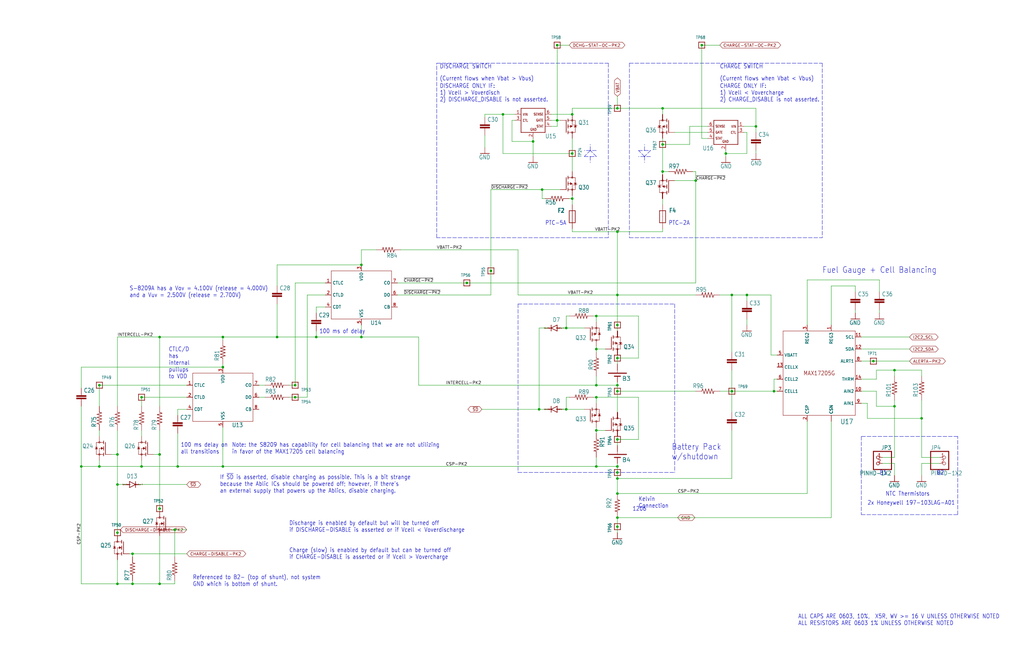
<source format=kicad_sch>
(kicad_sch (version 20211123) (generator eeschema)
  (paper "USLedger")
  (title_block (title "OreSat Battery Card") (rev "1.0"))
  (junction (at 260.35 218.44))
  (junction (at 388.62 176.53))
  (junction (at 260.35 97.79))
  (junction (at 251.46 133.35))
  (junction (at 251.46 196.85))
  (junction (at 116.84 142.24))
  (junction (at 133.35 142.24))
  (junction (at 260.35 151.13))
  (junction (at 251.46 147.32))
  (junction (at 196.85 119.38))
  (junction (at 55.88 233.68))
  (junction (at 314.96 124.46))
  (junction (at 260.35 208.28))
  (junction (at 212.09 48.26))
  (junction (at 124.46 162.56))
  (junction (at 34.29 196.85))
  (junction (at 241.3 48.26))
  (junction (at 74.93 196.85))
  (junction (at 152.4 142.24))
  (junction (at 49.53 246.38))
  (junction (at 152.4 111.76))
  (junction (at 260.35 165.1))
  (junction (at 124.46 167.64))
  (junction (at 260.35 222.25))
  (junction (at 93.98 196.85))
  (junction (at 234.95 19.05))
  (junction (at 260.35 199.39))
  (junction (at 260.35 137.16))
  (junction (at 55.88 246.38))
  (junction (at 260.35 201.93))
  (junction (at 308.61 165.1))
  (junction (at 326.39 165.1))
  (junction (at 49.53 191.77))
  (junction (at 368.3 152.4))
  (junction (at 59.69 167.64))
  (junction (at 260.35 162.56))
  (junction (at 377.19 156.21))
  (junction (at 67.31 246.38))
  (junction (at 308.61 124.46))
  (junction (at 49.53 224.79))
  (junction (at 260.35 196.85))
  (junction (at 318.77 53.34))
  (junction (at 377.19 171.45))
  (junction (at 295.91 19.05))
  (junction (at 241.3 83.82))
  (junction (at 241.3 64.77))
  (junction (at 238.76 172.72))
  (junction (at 207.01 114.3))
  (junction (at 306.07 64.77))
  (junction (at 234.95 50.8))
  (junction (at 59.69 196.85))
  (junction (at 260.35 45.72))
  (junction (at 93.98 154.94))
  (junction (at 224.79 59.69))
  (junction (at 228.6 80.01))
  (junction (at 279.4 45.72))
  (junction (at 67.31 142.24))
  (junction (at 238.76 138.43))
  (junction (at 293.37 76.2))
  (junction (at 251.46 167.64))
  (junction (at 41.91 196.85))
  (junction (at 279.4 60.96))
  (junction (at 73.66 223.52))
  (junction (at 93.98 142.24))
  (junction (at 49.53 204.47))
  (junction (at 227.33 172.72))
  (junction (at 260.35 185.42))
  (junction (at 67.31 214.63))
  (junction (at 260.35 124.46))
  (junction (at 67.31 191.77))
  (junction (at 41.91 162.56))
  (junction (at 251.46 181.61))
  (junction (at 251.46 162.56))
  (junction (at 279.4 72.39))
  (wire (pts (xy 224.79 59.69) (xy 224.79 58.42)))
  (wire (pts (xy 388.62 176.53) (xy 388.62 193.04)))
  (wire (pts (xy 314.96 134.62) (xy 314.96 137.16)))
  (wire (pts (xy 78.74 172.72) (xy 74.93 172.72)))
  (wire (pts (xy 124.46 167.64) (xy 129.54 167.64)))
  (wire (pts (xy 67.31 171.45) (xy 67.31 142.24)))
  (wire (pts (xy 365.76 176.53) (xy 388.62 176.53)))
  (wire (pts (xy 217.17 48.26) (xy 212.09 48.26)))
  (wire (pts (xy 260.35 195.58) (xy 260.35 196.85)))
  (wire (pts (xy 360.68 123.19) (xy 360.68 120.65)))
  (wire (pts (xy 67.31 191.77) (xy 67.31 214.63)))
  (wire (pts (xy 388.62 176.53) (xy 388.62 168.91)))
  (wire (pts (xy 260.35 173.99) (xy 260.35 165.1)))
  (wire (pts (xy 241.3 83.82) (xy 241.3 86.36)))
  (polyline (pts (xy 265.43 26.67) (xy 346.71 26.67)))
  (wire (pts (xy 41.91 184.15) (xy 41.91 181.61)))
  (wire (pts (xy 251.46 167.64) (xy 251.46 170.18)))
  (wire (pts (xy 308.61 181.61) (xy 308.61 201.93)))
  (wire (pts (xy 67.31 191.77) (xy 67.31 181.61)))
  (wire (pts (xy 49.53 246.38) (xy 49.53 236.22)))
  (wire (pts (xy 377.19 171.45) (xy 377.19 193.04)))
  (wire (pts (xy 55.88 233.68) (xy 55.88 234.95)))
  (wire (pts (xy 74.93 172.72) (xy 74.93 175.26)))
  (wire (pts (xy 396.24 195.58) (xy 388.62 195.58)))
  (wire (pts (xy 363.22 152.4) (xy 368.3 152.4)))
  (wire (pts (xy 109.22 162.56) (xy 111.76 162.56)))
  (wire (pts (xy 340.36 137.16) (xy 340.36 118.11)))
  (wire (pts (xy 363.22 142.24) (xy 383.54 142.24)))
  (wire (pts (xy 93.98 154.94) (xy 93.98 153.67)))
  (wire (pts (xy 251.46 162.56) (xy 176.53 162.56)))
  (wire (pts (xy 370.84 118.11) (xy 370.84 123.19)))
  (wire (pts (xy 292.1 72.39) (xy 293.37 72.39)))
  (wire (pts (xy 240.03 167.64) (xy 238.76 167.64)))
  (polyline (pts (xy 271.78 66.04) (xy 269.24 63.5)))
  (wire (pts (xy 255.27 181.61) (xy 251.46 181.61)))
  (wire (pts (xy 363.22 170.18) (xy 365.76 170.18)))
  (wire (pts (xy 260.35 45.72) (xy 279.4 45.72)))
  (polyline (pts (xy 248.92 63.5) (xy 246.38 63.5)))
  (wire (pts (xy 212.09 64.77) (xy 212.09 48.26)))
  (wire (pts (xy 167.64 124.46) (xy 207.01 124.46)))
  (wire (pts (xy 59.69 171.45) (xy 59.69 167.64)))
  (wire (pts (xy 363.22 147.32) (xy 383.54 147.32)))
  (wire (pts (xy 251.46 167.64) (xy 269.24 167.64)))
  (wire (pts (xy 295.91 58.42) (xy 298.45 58.42)))
  (wire (pts (xy 49.53 204.47) (xy 49.53 224.79)))
  (wire (pts (xy 260.35 151.13) (xy 260.35 149.86)))
  (wire (pts (xy 227.33 138.43) (xy 227.33 172.72)))
  (wire (pts (xy 228.6 80.01) (xy 207.01 80.01)))
  (wire (pts (xy 250.19 167.64) (xy 251.46 167.64)))
  (wire (pts (xy 308.61 148.59) (xy 308.61 124.46)))
  (wire (pts (xy 218.44 124.46) (xy 218.44 105.41)))
  (wire (pts (xy 350.52 120.65) (xy 350.52 137.16)))
  (wire (pts (xy 369.57 156.21) (xy 377.19 156.21)))
  (wire (pts (xy 241.3 58.42) (xy 241.3 64.77)))
  (wire (pts (xy 231.14 138.43) (xy 227.33 138.43)))
  (polyline (pts (xy 269.24 63.5) (xy 271.78 63.5)))
  (wire (pts (xy 260.35 161.29) (xy 260.35 162.56)))
  (wire (pts (xy 133.35 142.24) (xy 116.84 142.24)))
  (wire (pts (xy 232.41 50.8) (xy 234.95 50.8)))
  (polyline (pts (xy 271.78 66.04) (xy 271.78 68.58)))
  (wire (pts (xy 59.69 196.85) (xy 74.93 196.85)))
  (wire (pts (xy 116.84 142.24) (xy 116.84 128.27)))
  (wire (pts (xy 306.07 64.77) (xy 306.07 63.5)))
  (polyline (pts (xy 363.22 184.15) (xy 363.22 217.17)))
  (polyline (pts (xy 218.44 199.39) (xy 284.48 199.39)))
  (wire (pts (xy 73.66 223.52) (xy 78.74 223.52)))
  (wire (pts (xy 260.35 185.42) (xy 260.35 184.15)))
  (wire (pts (xy 377.19 195.58) (xy 372.11 195.58)))
  (polyline (pts (xy 271.78 66.04) (xy 269.24 66.04)))
  (wire (pts (xy 241.3 48.26) (xy 241.3 45.72)))
  (polyline (pts (xy 403.86 184.15) (xy 363.22 184.15)))
  (wire (pts (xy 241.3 96.52) (xy 241.3 97.79)))
  (polyline (pts (xy 363.22 217.17) (xy 403.86 217.17)))
  (wire (pts (xy 284.48 55.88) (xy 298.45 55.88)))
  (wire (pts (xy 168.91 105.41) (xy 218.44 105.41)))
  (polyline (pts (xy 256.54 26.67) (xy 256.54 100.33)))
  (wire (pts (xy 152.4 142.24) (xy 133.35 142.24)))
  (wire (pts (xy 260.35 208.28) (xy 340.36 208.28)))
  (wire (pts (xy 133.35 129.54) (xy 137.16 129.54)))
  (wire (pts (xy 227.33 172.72) (xy 231.14 172.72)))
  (wire (pts (xy 93.98 142.24) (xy 67.31 142.24)))
  (wire (pts (xy 279.4 72.39) (xy 279.4 60.96)))
  (wire (pts (xy 152.4 105.41) (xy 158.75 105.41)))
  (wire (pts (xy 369.57 160.02) (xy 369.57 156.21)))
  (wire (pts (xy 260.35 139.7) (xy 260.35 137.16)))
  (wire (pts (xy 308.61 173.99) (xy 308.61 165.1)))
  (wire (pts (xy 55.88 233.68) (xy 78.74 233.68)))
  (wire (pts (xy 360.68 120.65) (xy 350.52 120.65)))
  (wire (pts (xy 314.96 64.77) (xy 314.96 55.88)))
  (wire (pts (xy 279.4 45.72) (xy 318.77 45.72)))
  (wire (pts (xy 368.3 152.4) (xy 383.54 152.4)))
  (wire (pts (xy 152.4 105.41) (xy 152.4 111.76)))
  (wire (pts (xy 260.35 151.13) (xy 269.24 151.13)))
  (wire (pts (xy 238.76 138.43) (xy 246.38 138.43)))
  (wire (pts (xy 234.95 53.34) (xy 234.95 50.8)))
  (wire (pts (xy 129.54 167.64) (xy 129.54 124.46)))
  (wire (pts (xy 388.62 195.58) (xy 388.62 200.66)))
  (wire (pts (xy 49.53 191.77) (xy 49.53 181.61)))
  (wire (pts (xy 59.69 181.61) (xy 59.69 184.15)))
  (wire (pts (xy 204.47 57.15) (xy 204.47 62.23)))
  (wire (pts (xy 67.31 191.77) (xy 64.77 191.77)))
  (wire (pts (xy 350.52 177.8) (xy 350.52 218.44)))
  (wire (pts (xy 260.35 97.79) (xy 279.4 97.79)))
  (wire (pts (xy 284.48 76.2) (xy 293.37 76.2)))
  (wire (pts (xy 53.34 204.47) (xy 49.53 204.47)))
  (wire (pts (xy 306.07 64.77) (xy 314.96 64.77)))
  (wire (pts (xy 49.53 171.45) (xy 49.53 142.24)))
  (wire (pts (xy 133.35 142.24) (xy 133.35 139.7)))
  (wire (pts (xy 34.29 196.85) (xy 34.29 171.45)))
  (wire (pts (xy 46.99 191.77) (xy 49.53 191.77)))
  (wire (pts (xy 377.19 171.45) (xy 377.19 168.91)))
  (wire (pts (xy 260.35 224.79) (xy 260.35 222.25)))
  (polyline (pts (xy 248.92 66.04) (xy 248.92 68.58)))
  (wire (pts (xy 295.91 19.05) (xy 295.91 58.42)))
  (wire (pts (xy 298.45 53.34) (xy 290.83 53.34)))
  (wire (pts (xy 370.84 132.08) (xy 370.84 130.81)))
  (wire (pts (xy 152.4 142.24) (xy 152.4 137.16)))
  (wire (pts (xy 241.3 45.72) (xy 260.35 45.72)))
  (wire (pts (xy 73.66 223.52) (xy 73.66 234.95)))
  (wire (pts (xy 34.29 163.83) (xy 34.29 154.94)))
  (wire (pts (xy 54.61 233.68) (xy 55.88 233.68)))
  (wire (pts (xy 377.19 195.58) (xy 377.19 200.66)))
  (wire (pts (xy 238.76 167.64) (xy 238.76 172.72)))
  (polyline (pts (xy 251.46 63.5) (xy 248.92 63.5)))
  (wire (pts (xy 251.46 147.32) (xy 251.46 146.05)))
  (wire (pts (xy 318.77 63.5) (xy 318.77 64.77)))
  (wire (pts (xy 73.66 246.38) (xy 73.66 245.11)))
  (wire (pts (xy 260.35 218.44) (xy 350.52 218.44)))
  (wire (pts (xy 260.35 153.67) (xy 260.35 151.13)))
  (wire (pts (xy 388.62 156.21) (xy 388.62 158.75)))
  (wire (pts (xy 116.84 111.76) (xy 116.84 120.65)))
  (wire (pts (xy 327.66 165.1) (xy 326.39 165.1)))
  (wire (pts (xy 218.44 124.46) (xy 260.35 124.46)))
  (wire (pts (xy 236.22 138.43) (xy 238.76 138.43)))
  (wire (pts (xy 340.36 177.8) (xy 340.36 208.28)))
  (wire (pts (xy 74.93 196.85) (xy 93.98 196.85)))
  (wire (pts (xy 72.39 223.52) (xy 73.66 223.52)))
  (wire (pts (xy 49.53 191.77) (xy 49.53 204.47)))
  (wire (pts (xy 234.95 50.8) (xy 234.95 19.05)))
  (polyline (pts (xy 246.38 66.04) (xy 248.92 66.04)))
  (wire (pts (xy 224.79 66.04) (xy 224.79 59.69)))
  (wire (pts (xy 260.35 222.25) (xy 260.35 218.44)))
  (wire (pts (xy 49.53 224.79) (xy 49.53 226.06)))
  (wire (pts (xy 260.35 162.56) (xy 251.46 162.56)))
  (wire (pts (xy 295.91 19.05) (xy 303.53 19.05)))
  (wire (pts (xy 269.24 185.42) (xy 260.35 185.42)))
  (wire (pts (xy 212.09 48.26) (xy 204.47 48.26)))
  (wire (pts (xy 308.61 165.1) (xy 326.39 165.1)))
  (wire (pts (xy 255.27 147.32) (xy 251.46 147.32)))
  (wire (pts (xy 260.35 187.96) (xy 260.35 185.42)))
  (wire (pts (xy 279.4 45.72) (xy 279.4 48.26)))
  (wire (pts (xy 67.31 246.38) (xy 67.31 226.06)))
  (polyline (pts (xy 218.44 128.27) (xy 284.48 128.27)))
  (wire (pts (xy 260.35 165.1) (xy 293.37 165.1)))
  (wire (pts (xy 360.68 132.08) (xy 360.68 130.81)))
  (wire (pts (xy 269.24 151.13) (xy 269.24 133.35)))
  (wire (pts (xy 303.53 124.46) (xy 308.61 124.46)))
  (wire (pts (xy 306.07 66.04) (xy 306.07 64.77)))
  (wire (pts (xy 93.98 196.85) (xy 93.98 180.34)))
  (wire (pts (xy 377.19 193.04) (xy 372.11 193.04)))
  (wire (pts (xy 133.35 132.08) (xy 133.35 129.54)))
  (wire (pts (xy 215.9 50.8) (xy 215.9 59.69)))
  (wire (pts (xy 251.46 180.34) (xy 251.46 181.61)))
  (wire (pts (xy 93.98 143.51) (xy 93.98 142.24)))
  (wire (pts (xy 34.29 196.85) (xy 41.91 196.85)))
  (wire (pts (xy 303.53 165.1) (xy 308.61 165.1)))
  (wire (pts (xy 41.91 171.45) (xy 41.91 162.56)))
  (wire (pts (xy 78.74 167.64) (xy 59.69 167.64)))
  (wire (pts (xy 279.4 96.52) (xy 279.4 97.79)))
  (wire (pts (xy 236.22 172.72) (xy 238.76 172.72)))
  (wire (pts (xy 67.31 214.63) (xy 67.31 215.9)))
  (wire (pts (xy 251.46 133.35) (xy 269.24 133.35)))
  (wire (pts (xy 260.35 201.93) (xy 308.61 201.93)))
  (wire (pts (xy 326.39 160.02) (xy 327.66 160.02)))
  (wire (pts (xy 279.4 60.96) (xy 279.4 58.42)))
  (wire (pts (xy 232.41 53.34) (xy 234.95 53.34)))
  (wire (pts (xy 240.03 83.82) (xy 241.3 83.82)))
  (polyline (pts (xy 284.48 128.27) (xy 284.48 199.39)))
  (wire (pts (xy 314.96 127) (xy 314.96 124.46)))
  (wire (pts (xy 293.37 76.2) (xy 293.37 119.38)))
  (wire (pts (xy 55.88 245.11) (xy 55.88 246.38)))
  (wire (pts (xy 215.9 59.69) (xy 224.79 59.69)))
  (wire (pts (xy 365.76 170.18) (xy 365.76 176.53)))
  (polyline (pts (xy 274.32 66.04) (xy 271.78 66.04)))
  (wire (pts (xy 207.01 124.46) (xy 207.01 114.3)))
  (wire (pts (xy 204.47 49.53) (xy 204.47 48.26)))
  (wire (pts (xy 49.53 246.38) (xy 55.88 246.38)))
  (wire (pts (xy 238.76 133.35) (xy 238.76 138.43)))
  (wire (pts (xy 196.85 119.38) (xy 167.64 119.38)))
  (wire (pts (xy 67.31 142.24) (xy 49.53 142.24)))
  (wire (pts (xy 325.12 149.86) (xy 325.12 124.46)))
  (wire (pts (xy 241.3 97.79) (xy 260.35 97.79)))
  (wire (pts (xy 314.96 124.46) (xy 325.12 124.46)))
  (polyline (pts (xy 184.15 100.33) (xy 184.15 26.67)))
  (polyline (pts (xy 403.86 217.17) (xy 403.86 184.15)))
  (wire (pts (xy 74.93 182.88) (xy 74.93 196.85)))
  (wire (pts (xy 176.53 162.56) (xy 176.53 142.24)))
  (wire (pts (xy 251.46 193.04) (xy 251.46 196.85)))
  (wire (pts (xy 232.41 48.26) (xy 241.3 48.26)))
  (wire (pts (xy 326.39 165.1) (xy 326.39 160.02)))
  (wire (pts (xy 93.98 142.24) (xy 116.84 142.24)))
  (wire (pts (xy 251.46 148.59) (xy 251.46 147.32)))
  (wire (pts (xy 260.35 97.79) (xy 260.35 124.46)))
  (polyline (pts (xy 346.71 26.67) (xy 346.71 100.33)))
  (wire (pts (xy 269.24 167.64) (xy 269.24 185.42)))
  (polyline (pts (xy 256.54 100.33) (xy 184.15 100.33)))
  (wire (pts (xy 234.95 19.05) (xy 240.03 19.05)))
  (wire (pts (xy 34.29 246.38) (xy 49.53 246.38)))
  (wire (pts (xy 207.01 80.01) (xy 207.01 114.3)))
  (wire (pts (xy 260.35 201.93) (xy 260.35 208.28)))
  (polyline (pts (xy 271.78 63.5) (xy 271.78 60.96)))
  (polyline (pts (xy 265.43 100.33) (xy 346.71 100.33)))
  (wire (pts (xy 260.35 124.46) (xy 293.37 124.46)))
  (wire (pts (xy 251.46 181.61) (xy 251.46 182.88)))
  (wire (pts (xy 67.31 246.38) (xy 73.66 246.38)))
  (wire (pts (xy 318.77 53.34) (xy 318.77 55.88)))
  (wire (pts (xy 260.35 45.72) (xy 260.35 40.64)))
  (wire (pts (xy 308.61 124.46) (xy 314.96 124.46)))
  (wire (pts (xy 129.54 124.46) (xy 137.16 124.46)))
  (wire (pts (xy 260.35 201.93) (xy 260.35 199.39)))
  (wire (pts (xy 279.4 73.66) (xy 279.4 72.39)))
  (wire (pts (xy 260.35 196.85) (xy 251.46 196.85)))
  (wire (pts (xy 217.17 50.8) (xy 215.9 50.8)))
  (wire (pts (xy 34.29 154.94) (xy 93.98 154.94)))
  (wire (pts (xy 251.46 196.85) (xy 93.98 196.85)))
  (wire (pts (xy 260.35 199.39) (xy 260.35 196.85)))
  (wire (pts (xy 377.19 156.21) (xy 388.62 156.21)))
  (polyline (pts (xy 218.44 128.27) (xy 218.44 199.39)))
  (wire (pts (xy 228.6 83.82) (xy 228.6 80.01)))
  (wire (pts (xy 124.46 162.56) (xy 124.46 119.38)))
  (wire (pts (xy 41.91 194.31) (xy 41.91 196.85)))
  (wire (pts (xy 251.46 133.35) (xy 251.46 135.89)))
  (polyline (pts (xy 248.92 66.04) (xy 251.46 66.04)))
  (wire (pts (xy 240.03 133.35) (xy 238.76 133.35)))
  (wire (pts (xy 363.22 160.02) (xy 369.57 160.02)))
  (wire (pts (xy 241.3 83.82) (xy 241.3 82.55)))
  (wire (pts (xy 260.35 137.16) (xy 260.35 124.46)))
  (wire (pts (xy 251.46 162.56) (xy 251.46 158.75)))
  (wire (pts (xy 236.22 50.8) (xy 234.95 50.8)))
  (wire (pts (xy 41.91 196.85) (xy 59.69 196.85)))
  (wire (pts (xy 121.92 162.56) (xy 124.46 162.56)))
  (wire (pts (xy 279.4 72.39) (xy 281.94 72.39)))
  (polyline (pts (xy 274.32 63.5) (xy 271.78 66.04)))
  (wire (pts (xy 279.4 86.36) (xy 279.4 83.82)))
  (wire (pts (xy 109.22 167.64) (xy 111.76 167.64)))
  (wire (pts (xy 369.57 171.45) (xy 377.19 171.45)))
  (wire (pts (xy 241.3 72.39) (xy 241.3 64.77)))
  (wire (pts (xy 59.69 194.31) (xy 59.69 196.85)))
  (polyline (pts (xy 251.46 66.04) (xy 248.92 63.5)))
  (polyline (pts (xy 184.15 26.67) (xy 256.54 26.67)))
  (wire (pts (xy 260.35 165.1) (xy 260.35 162.56)))
  (wire (pts (xy 290.83 60.96) (xy 279.4 60.96)))
  (polyline (pts (xy 248.92 63.5) (xy 248.92 60.96)))
  (wire (pts (xy 308.61 165.1) (xy 308.61 156.21)))
  (wire (pts (xy 327.66 149.86) (xy 325.12 149.86)))
  (wire (pts (xy 58.42 204.47) (xy 78.74 204.47)))
  (wire (pts (xy 314.96 55.88) (xy 313.69 55.88)))
  (wire (pts (xy 377.19 158.75) (xy 377.19 156.21)))
  (wire (pts (xy 388.62 193.04) (xy 396.24 193.04)))
  (wire (pts (xy 250.19 133.35) (xy 251.46 133.35)))
  (wire (pts (xy 55.88 246.38) (xy 67.31 246.38)))
  (wire (pts (xy 369.57 165.1) (xy 369.57 171.45)))
  (wire (pts (xy 176.53 142.24) (xy 152.4 142.24)))
  (wire (pts (xy 363.22 165.1) (xy 369.57 165.1)))
  (wire (pts (xy 290.83 53.34) (xy 290.83 60.96)))
  (wire (pts (xy 340.36 118.11) (xy 370.84 118.11)))
  (wire (pts (xy 212.09 64.77) (xy 241.3 64.77)))
  (wire (pts (xy 78.74 162.56) (xy 41.91 162.56)))
  (wire (pts (xy 293.37 76.2) (xy 293.37 72.39)))
  (wire (pts (xy 238.76 172.72) (xy 246.38 172.72)))
  (wire (pts (xy 152.4 111.76) (xy 116.84 111.76)))
  (wire (pts (xy 318.77 45.72) (xy 318.77 53.34)))
  (wire (pts (xy 236.22 80.01) (xy 228.6 80.01)))
  (wire (pts (xy 121.92 167.64) (xy 124.46 167.64)))
  (wire (pts (xy 124.46 119.38) (xy 137.16 119.38)))
  (wire (pts (xy 313.69 53.34) (xy 318.77 53.34)))
  (wire (pts (xy 203.2 172.72) (xy 227.33 172.72)))
  (wire (pts (xy 34.29 196.85) (xy 34.29 246.38)))
  (polyline (pts (xy 248.92 63.5) (xy 246.38 66.04)))
  (polyline (pts (xy 271.78 63.5) (xy 274.32 63.5)))
  (wire (pts (xy 229.87 83.82) (xy 228.6 83.82)))
  (wire (pts (xy 293.37 119.38) (xy 196.85 119.38)))
  (polyline (pts (xy 265.43 26.67) (xy 265.43 100.33)))
  (text "PTC-5A" (at 229.87 95.25 180) (effects (font (size 1.778 1.5113)) (justify left bottom)))
  (text "B2" (at 394.97 200.66 180) (effects (font (size 1.778 1.5113)) (justify left bottom)))
  (text "If ~{SD} is asserted, disable charging as possible. This is a bit strange\nbecause the Ablic ICs should be powered off; however, if there's\nan external supply that powers up the Ablics, disable charging." (at 92.71 208.28 0) (effects (font (size 1.778 1.5113)) (justify left bottom)))
  (text "ALL CAPS ARE 0603, 10%,  X5R, WV >= 16 V UNLESS OTHERWISE NOTED\nALL RESISTORS ARE 0603 1% UNLESS OTHERWISE NOTED" (at 336.55 264.16 0) (effects (font (size 1.778 1.5113)) (justify left bottom)))
  (text "CHARGE SWITCH" (at 303.53 29.21 180) (effects (font (size 1.778 1.5113)) (justify left bottom)))
  (text "DISCHARGE SWITCH" (at 185.42 29.21 180) (effects (font (size 1.778 1.5113)) (justify left bottom)))
  (text "NTC Thermistors" (at 373.38 209.55 180) (effects (font (size 1.778 1.5113)) (justify left bottom)))
  (text "CHARGE ONLY IF:\n1) Vcell < Vovercharge\n2) CHARGE_DISABLE is not asserted." (at 303.53 43.18 0) (effects (font (size 1.778 1.5113)) (justify left bottom)))
  (text "Note: the S8209 has capability for cell balancing that we are not utilizing\nin favor of the MAX17205 cell balancing" (at 97.79 191.77 0) (effects (font (size 1.778 1.5113)) (justify left bottom)))
  (text "B1" (at 370.84 200.66 180) (effects (font (size 1.778 1.5113)) (justify left bottom)))
  (text "PTC-2A" (at 281.94 95.25 180) (effects (font (size 1.778 1.5113)) (justify left bottom)))
  (text "100 ms delay on\nall transitions" (at 76.2 191.77 180) (effects (font (size 1.778 1.5113)) (justify left bottom)))
  (text "Kelvin\nConnection" (at 269.24 214.63 180) (effects (font (size 1.778 1.5113)) (justify left bottom)))
  (text "Fuel Gauge + Cell Balancing" (at 346.71 115.57 180) (effects (font (size 2.54 2.159)) (justify left bottom)))
  (text "S-8209A has a Vov = 4.100V (release = 4.000V)\nand a Vuv = 2.500V (release = 2.700V)" (at 54.61 125.73 0) (effects (font (size 1.778 1.5113)) (justify left bottom)))
  (text "Discharge is enabled by default but will be turned off\nif DISCHARGE-DISABLE is asserted or if Vcell < Voverdischarge" (at 121.92 224.79 0) (effects (font (size 1.778 1.5113)) (justify left bottom)))
  (text "Referenced to B2- (top of shunt), not system\nGND which is bottom of shunt." (at 81.28 247.65 0) (effects (font (size 1.778 1.5113)) (justify left bottom)))
  (text "100 ms of delay" (at 134.62 140.97 180) (effects (font (size 1.778 1.5113)) (justify left bottom)))
  (text "Charge (slow) is enabled by default but can be turned off\nif CHARGE-DISABLE is asserted or if Vcell > Vovercharge" (at 121.92 236.22 0) (effects (font (size 1.778 1.5113)) (justify left bottom)))
  (text "(Current flows when Vbat < Vbus)" (at 303.53 34.29 180) (effects (font (size 1.778 1.5113)) (justify left bottom)))
  (text "1206" (at 266.7 215.9 180) (effects (font (size 1.778 1.5113)) (justify left bottom)))
  (text "DISCHARGE ONLY IF:\n1) Vcell > Voverdisch\n2) DISCHARGE_DISABLE is not asserted." (at 185.42 43.18 0) (effects (font (size 1.778 1.5113)) (justify left bottom)))
  (text "CTLC/D\nhas\ninternal\npullups\nto VDD" (at 71.12 160.02 180) (effects (font (size 1.778 1.5113)) (justify left bottom)))
  (text "2x Honeywell 197-103LAG-A01" (at 365.76 213.36 180) (effects (font (size 1.778 1.5113)) (justify left bottom)))
  (text "(Current flows when Vbat > Vbus)" (at 185.42 34.29 180) (effects (font (size 1.778 1.5113)) (justify left bottom)))
  (text "Battery Pack\nw/shutdown" (at 283.21 194.31 180) (effects (font (size 2.54 2.159)) (justify left bottom)))
  (label "INTERCELL-PK2" (at 49.53 142.24 0) (effects (font (size 1.2446 1.2446))))
  (label "VBATT-PK2" (at 239.395 124.46 0) (effects (font (size 1.2446 1.2446))))
  (label "~{DISCHARGE-PK2}" (at 170.18 124.46 0) (effects (font (size 1.2446 1.2446))))
  (label "INTERCELL-PK2" (at 187.96 162.56 0) (effects (font (size 1.2446 1.2446))))
  (label "CSP-PK2" (at 187.96 196.85 0) (effects (font (size 1.2446 1.2446))))
  (label "~{CHARGE-PK2}" (at 293.37 76.2 0) (effects (font (size 1.2446 1.2446))))
  (label "VBATT-PK2" (at 250.825 97.79 0) (effects (font (size 1.2446 1.2446))))
  (label "VBATT-PK2" (at 184.15 105.41 0) (effects (font (size 1.2446 1.2446))))
  (label "CSP-PK2" (at 34.29 229.87 90) (effects (font (size 1.2446 1.2446))))
  (label "CSP-PK2" (at 285.75 208.28 0) (effects (font (size 1.2446 1.2446))))
  (label "~{CHARGE-PK2}" (at 170.18 119.38 0) (effects (font (size 1.2446 1.2446))))
  (label "~{DISCHARGE-PK2}" (at 207.01 80.01 0) (effects (font (size 1.2446 1.2446))))
  (global_label "I2C2_SCL" (shape bidirectional) (at 383.54 142.24 0) (effects (font (size 1.2446 1.2446))) (property "Intersheet References" "${INTERSHEET_REFS}" (effects hide)))
  (global_label "~{SD}" (shape bidirectional) (at 203.2 172.72 180) (effects (font (size 1.2446 1.2446))) (property "Intersheet References" "${INTERSHEET_REFS}" (effects hide)))
  (global_label "ALERTA-PK2" (shape bidirectional) (at 383.54 152.4 0) (effects (font (size 1.2446 1.2446))) (property "Intersheet References" "${INTERSHEET_REFS}" (effects hide)))
  (global_label "CHARGE-STAT-OC-PK2" (shape bidirectional) (at 303.53 19.05 0) (effects (font (size 1.2446 1.2446))) (property "Intersheet References" "${INTERSHEET_REFS}" (effects hide)))
  (global_label "CHARGE-DISABLE-PK2" (shape bidirectional) (at 78.74 233.68 0) (effects (font (size 1.2446 1.2446))) (property "Intersheet References" "${INTERSHEET_REFS}" (effects hide)))
  (global_label "I2C2_SDA" (shape bidirectional) (at 383.54 147.32 0) (effects (font (size 1.2446 1.2446))) (property "Intersheet References" "${INTERSHEET_REFS}" (effects hide)))
  (global_label "DISCHARGE-DISABLE-PK2" (shape bidirectional) (at 78.74 223.52 180) (effects (font (size 1.2446 1.2446))) (property "Intersheet References" "${INTERSHEET_REFS}" (effects hide)))
  (global_label "~{SD}" (shape bidirectional) (at 78.74 204.47 0) (effects (font (size 1.2446 1.2446))) (property "Intersheet References" "${INTERSHEET_REFS}" (effects hide)))
  (global_label "GND" (shape bidirectional) (at 285.75 218.44 0) (effects (font (size 1.2446 1.2446))) (property "Intersheet References" "${INTERSHEET_REFS}" (effects hide)))
  (global_label "DCHG-STAT-OC-PK2" (shape bidirectional) (at 240.03 19.05 0) (effects (font (size 1.2446 1.2446))) (property "Intersheet References" "${INTERSHEET_REFS}" (effects hide)))
  (global_label "VBAT" (shape bidirectional) (at 260.35 40.64 90) (effects (font (size 1.2446 1.2446))) (property "Intersheet References" "${INTERSHEET_REFS}" (effects hide)))
  (symbol (lib_id "oresat-batteries-eagle-import:TEST-POINT-LARGE-SQUARE") (at 260.35 137.16 90) (unit 1)
    (property "Reference" "TP61" (at 257.81 139.7 0) (effects (font (size 1.27 1.0795)) (justify left bottom)))
    (property "Value" "TEST-POINT-LARGE-SQUARE" (effects hide))
    (property "Footprint" "oresat-footprints:TestPoint_Pad_1.0x1.0mm" (effects hide))
  )
  (symbol (lib_id "oresat-batteries-eagle-import:R-US_0603-C-NOSILK") (at 93.98 148.59 90) (unit 1)
    (property "Reference" "R81" (at 92.4814 152.4 0) (effects (font (size 1.778 1.5113)) (justify left bottom)))
    (property "Value" "470" (at 97.282 152.4 0) (effects (font (size 1.778 1.5113)) (justify left bottom)))
    (property "Footprint" "oresat-footprints:0603-SMALL" (effects hide))
  )
  (symbol (lib_id "oresat-batteries-eagle-import:R-US_0603-C-NOSILK") (at 41.91 176.53 90) (unit 1)
    (property "Reference" "R75" (at 40.64 180.34 0) (effects (font (size 1.778 1.5113)) (justify left bottom)))
    (property "Value" "1k" (at 40.64 175.26 0) (effects (font (size 1.778 1.5113)) (justify left bottom)))
    (property "Footprint" "oresat-footprints:0603-SMALL" (effects hide))
  )
  (symbol (lib_id "oresat-batteries-eagle-import:R-US_0603-C-NOSILK") (at 298.45 124.46 180) (unit 1)
    (property "Reference" "R95" (at 293.37 123.19 0) (effects (font (size 1.778 1.5113)) (justify right top)))
    (property "Value" "10" (at 299.72 123.19 0) (effects (font (size 1.778 1.5113)) (justify right top)))
    (property "Footprint" "oresat-footprints:0603-SMALL" (effects hide))
  )
  (symbol (lib_id "oresat-batteries-eagle-import:TEST-POINT-LARGE-SQUARE") (at 67.31 214.63 0) (unit 1)
    (property "Reference" "TP52" (at 64.77 212.09 0) (effects (font (size 1.27 1.0795)) (justify left bottom)))
    (property "Value" "TEST-POINT-LARGE-SQUARE" (effects hide))
    (property "Footprint" "oresat-footprints:TestPoint_Pad_1.0x1.0mm" (effects hide))
  )
  (symbol (lib_id "oresat-batteries-eagle-import:R-US_0603-C-NOSILK") (at 55.88 240.03 90) (unit 1)
    (property "Reference" "R77" (at 54.61 245.11 0) (effects (font (size 1.778 1.5113)) (justify left bottom)))
    (property "Value" "100k" (at 54.61 238.76 0) (effects (font (size 1.778 1.5113)) (justify left bottom)))
    (property "Footprint" "oresat-footprints:0603-SMALL" (effects hide))
  )
  (symbol (lib_id "oresat-batteries-eagle-import:N-MOSFET-SOT-23-3") (at 44.45 189.23 0) (mirror y) (unit 1)
    (property "Reference" "Q24" (at 39.37 189.23 0) (effects (font (size 1.778 1.5113)) (justify left bottom)))
    (property "Value" "PM45VEN" (at 39.37 191.77 0) (effects (font (size 1.778 1.5113)) (justify left bottom)))
    (property "Footprint" "oresat-batteries:SOT23-3" (effects hide))
  )
  (symbol (lib_id "oresat-batteries-eagle-import:C-EU0603-C-NOSILK") (at 370.84 125.73 0) (unit 1)
    (property "Reference" "C36" (at 371.856 125.095 0) (effects (font (size 1.778 1.5113)) (justify left bottom)))
    (property "Value" "470n" (at 371.856 129.413 0) (effects (font (size 1.778 1.5113)) (justify left bottom)))
    (property "Footprint" "oresat-footprints:0603-SMALL" (effects hide))
  )
  (symbol (lib_id "oresat-batteries-eagle-import:N-MOSFET-SOT-23-3") (at 52.07 231.14 0) (mirror y) (unit 1)
    (property "Reference" "Q25" (at 46.99 231.14 0) (effects (font (size 1.778 1.5113)) (justify left bottom)))
    (property "Value" "PM45VEN" (at 46.99 233.68 0) (effects (font (size 1.778 1.5113)) (justify left bottom)))
    (property "Footprint" "oresat-batteries:SOT23-3" (effects hide))
  )
  (symbol (lib_id "oresat-batteries-eagle-import:R-US_0603-C-NOSILK") (at 116.84 162.56 0) (unit 1)
    (property "Reference" "R82" (at 111.76 161.0614 0) (effects (font (size 1.778 1.5113)) (justify left bottom)))
    (property "Value" "1k" (at 118.11 160.782 0) (effects (font (size 1.778 1.5113)) (justify left bottom)))
    (property "Footprint" "oresat-footprints:0603-SMALL" (effects hide))
  )
  (symbol (lib_id "oresat-batteries-eagle-import:TEST-POINT-LARGE-SQUARE") (at 196.85 119.38 0) (unit 1)
    (property "Reference" "TP56" (at 194.31 116.84 0) (effects (font (size 1.27 1.0795)) (justify left bottom)))
    (property "Value" "TEST-POINT-LARGE-SQUARE" (effects hide))
    (property "Footprint" "oresat-footprints:TestPoint_Pad_1.0x1.0mm" (effects hide))
  )
  (symbol (lib_id "oresat-batteries-eagle-import:C-EU0603-C-NOSILK") (at 133.35 134.62 0) (unit 1)
    (property "Reference" "C29" (at 134.366 133.985 0) (effects (font (size 1.778 1.5113)) (justify left bottom)))
    (property "Value" "10n" (at 134.366 138.811 0) (effects (font (size 1.778 1.5113)) (justify left bottom)))
    (property "Footprint" "oresat-footprints:0603-SMALL" (effects hide))
  )
  (symbol (lib_id "oresat-batteries-eagle-import:TEST-POINT-LARGE-SQUARE") (at 368.3 152.4 0) (mirror y) (unit 1)
    (property "Reference" "TP71" (at 365.76 149.86 0) (effects (font (size 1.27 1.0795)) (justify right bottom)))
    (property "Value" "TEST-POINT-LARGE-SQUARE" (effects hide))
    (property "Footprint" "oresat-footprints:TestPoint_Pad_1.0x1.0mm" (effects hide))
  )
  (symbol (lib_id "oresat-batteries-eagle-import:MAX17205G") (at 345.44 157.48 0) (unit 1)
    (property "Reference" "U17" (at 354.33 179.07 0) (effects (font (size 2.0828 1.7703)) (justify left bottom)))
    (property "Value" "MAX17205G" (at 354.33 181.61 0) (effects (font (size 2.0828 1.7703)) (justify left bottom)))
    (property "Footprint" "oresat-batteries:21-0137I_T1433-2" (effects hide))
  )
  (symbol (lib_id "oresat-batteries-eagle-import:TEST-POINT-LARGE-SQUARE") (at 308.61 165.1 0) (mirror y) (unit 1)
    (property "Reference" "TP69" (at 311.15 163.83 0) (effects (font (size 1.27 1.0795)) (justify right bottom)))
    (property "Value" "TEST-POINT-LARGE-SQUARE" (effects hide))
    (property "Footprint" "oresat-footprints:TestPoint_Pad_1.0x1.0mm" (effects hide))
  )
  (symbol (lib_id "oresat-batteries-eagle-import:R-US_0603-C-NOSILK") (at 49.53 176.53 90) (unit 1)
    (property "Reference" "R76" (at 48.26 180.34 0) (effects (font (size 1.778 1.5113)) (justify left bottom)))
    (property "Value" "100k" (at 48.26 175.26 0) (effects (font (size 1.778 1.5113)) (justify left bottom)))
    (property "Footprint" "oresat-footprints:0603-SMALL" (effects hide))
  )
  (symbol (lib_id "oresat-batteries-eagle-import:Q-VISHAY-MOSFET-PCH-POWERPAK-1212-8") (at 257.81 179.07 0) (mirror x) (unit 1)
    (property "Reference" "Q35" (at 262.89 179.705 0) (effects (font (size 1.778 1.5113)) (justify left bottom)))
    (property "Value" "Si7625DN" (at 262.89 177.165 0) (effects (font (size 1.778 1.5113)) (justify left bottom)))
    (property "Footprint" "oresat-batteries:POWERPAK-1212-8" (effects hide))
  )
  (symbol (lib_id "oresat-batteries-eagle-import:TEST-POINT-LARGE-SQUARE") (at 279.4 60.96 90) (unit 1)
    (property "Reference" "TP67" (at 276.86 63.5 0) (effects (font (size 1.27 1.0795)) (justify left bottom)))
    (property "Value" "TEST-POINT-LARGE-SQUARE" (effects hide))
    (property "Footprint" "oresat-footprints:TestPoint_Pad_1.0x1.0mm" (effects hide))
  )
  (symbol (lib_id "oresat-batteries-eagle-import:LTC4412") (at 224.79 50.8 0) (unit 1)
    (property "Reference" "U15" (at 229.87 58.42 0) (effects (font (size 1.778 1.5113)) (justify left bottom)))
    (property "Value" "LTC4412" (at 229.87 60.96 0) (effects (font (size 1.778 1.5113)) (justify left bottom)))
    (property "Footprint" "oresat-footprints:SOT23-6" (effects hide))
  )
  (symbol (lib_id "oresat-batteries-eagle-import:C-EU0603-C-NOSILK") (at 34.29 166.37 0) (unit 1)
    (property "Reference" "C26" (at 35.306 165.735 0) (effects (font (size 1.778 1.5113)) (justify left bottom)))
    (property "Value" "100n" (at 35.306 170.561 0) (effects (font (size 1.778 1.5113)) (justify left bottom)))
    (property "Footprint" "oresat-footprints:0603-SMALL" (effects hide))
  )
  (symbol (lib_id "oresat-batteries-eagle-import:R-US_0603-C-NOSILK") (at 298.45 165.1 0) (unit 1)
    (property "Reference" "R96" (at 292.1 163.83 0) (effects (font (size 1.778 1.5113)) (justify left bottom)))
    (property "Value" "100" (at 299.72 163.83 0) (effects (font (size 1.778 1.5113)) (justify left bottom)))
    (property "Footprint" "oresat-footprints:0603-SMALL" (effects hide))
  )
  (symbol (lib_id "oresat-batteries-eagle-import:R-US_0603-C-NOSILK") (at 234.95 83.82 0) (unit 1)
    (property "Reference" "R56" (at 229.87 86.36 0) (effects (font (size 1.778 1.5113)) (justify left bottom)))
    (property "Value" "100k" (at 234.95 86.36 0) (effects (font (size 1.778 1.5113)) (justify left bottom)))
    (property "Footprint" "oresat-footprints:0603-SMALL" (effects hide))
  )
  (symbol (lib_id "oresat-batteries-eagle-import:C-EU0603-C-NOSILK") (at 360.68 125.73 0) (unit 1)
    (property "Reference" "C35" (at 361.696 125.095 0) (effects (font (size 1.778 1.5113)) (justify left bottom)))
    (property "Value" "470n" (at 361.696 129.413 0) (effects (font (size 1.778 1.5113)) (justify left bottom)))
    (property "Footprint" "oresat-footprints:0603-SMALL" (effects hide))
  )
  (symbol (lib_id "oresat-batteries-eagle-import:TEST-POINT-LARGE-SQUARE") (at 59.69 167.64 0) (mirror y) (unit 1)
    (property "Reference" "TP51" (at 63.5 165.1 0) (effects (font (size 1.27 1.0795)) (justify left bottom)))
    (property "Value" "TEST-POINT-LARGE-SQUARE" (effects hide))
    (property "Footprint" "oresat-footprints:TestPoint_Pad_1.0x1.0mm" (effects hide))
  )
  (symbol (lib_id "oresat-batteries-eagle-import:R-US_0603-C-NOSILK") (at 163.83 105.41 180) (unit 1)
    (property "Reference" "R84" (at 167.64 106.9086 0) (effects (font (size 1.778 1.5113)) (justify left bottom)))
    (property "Value" "470" (at 167.64 102.108 0) (effects (font (size 1.778 1.5113)) (justify left bottom)))
    (property "Footprint" "oresat-footprints:0603-SMALL" (effects hide))
  )
  (symbol (lib_id "oresat-batteries-eagle-import:R-US_0603-C-NOSILK") (at 287.02 72.39 0) (mirror y) (unit 1)
    (property "Reference" "R97" (at 281.94 71.12 0) (effects (font (size 1.778 1.5113)) (justify right bottom)))
    (property "Value" "100k" (at 288.29 71.12 0) (effects (font (size 1.778 1.5113)) (justify right bottom)))
    (property "Footprint" "oresat-footprints:0603-SMALL" (effects hide))
  )
  (symbol (lib_id "oresat-batteries-eagle-import:DIODE-SOD323-R") (at 55.88 204.47 0) (unit 1)
    (property "Reference" "D13" (at 53.34 201.93 0) (effects (font (size 1.778 1.5113)) (justify left bottom)))
    (property "Value" "1N4151WS" (at 63.5 205.74 0) (effects (font (size 1.778 1.5113)) (justify right top)))
    (property "Footprint" "oresat-batteries:SOD323-R" (effects hide))
  )
  (symbol (lib_id "oresat-batteries-eagle-import:R-US_0603-C-NOSILK") (at 388.62 163.83 90) (unit 1)
    (property "Reference" "R103" (at 387.1214 167.64 0) (effects (font (size 1.778 1.5113)) (justify left bottom)))
    (property "Value" "10k" (at 391.922 167.64 0) (effects (font (size 1.778 1.5113)) (justify left bottom)))
    (property "Footprint" "oresat-footprints:0603-SMALL" (effects hide))
  )
  (symbol (lib_id "oresat-batteries-eagle-import:Q-VISHAY-MOSFET-PCH-POWERPAK-1212-8") (at 238.76 77.47 0) (mirror x) (unit 1)
    (property "Reference" "Q30" (at 243.84 78.105 0) (effects (font (size 1.778 1.5113)) (justify left bottom)))
    (property "Value" "Si7625DN" (at 243.84 75.565 0) (effects (font (size 1.778 1.5113)) (justify left bottom)))
    (property "Footprint" "oresat-batteries:POWERPAK-1212-8" (effects hide))
  )
  (symbol (lib_id "oresat-batteries-eagle-import:Q-VISHAY-MOSFET-PCH-POWERPAK-1212-8") (at 281.94 78.74 0) (mirror y) (unit 1)
    (property "Reference" "Q37" (at 276.86 78.105 0) (effects (font (size 1.778 1.5113)) (justify left bottom)))
    (property "Value" "Si7625DN" (at 276.86 80.645 0) (effects (font (size 1.778 1.5113)) (justify left bottom)))
    (property "Footprint" "oresat-batteries:POWERPAK-1212-8" (effects hide))
  )
  (symbol (lib_id "oresat-batteries-eagle-import:TEST-POINT-LARGE-SQUARE") (at 295.91 19.05 0) (mirror y) (unit 1)
    (property "Reference" "TP68" (at 293.37 16.51 0) (effects (font (size 1.27 1.0795)) (justify right bottom)))
    (property "Value" "TEST-POINT-LARGE-SQUARE" (effects hide))
    (property "Footprint" "oresat-footprints:TestPoint_Pad_1.0x1.0mm" (effects hide))
  )
  (symbol (lib_id "oresat-batteries-eagle-import:Q-VISHAY-MOSFET-PCH-POWERPAK-1212-8") (at 281.94 53.34 180) (unit 1)
    (property "Reference" "Q36" (at 276.86 53.975 0) (effects (font (size 1.778 1.5113)) (justify left bottom)))
    (property "Value" "Si7625DN" (at 276.86 51.435 0) (effects (font (size 1.778 1.5113)) (justify left bottom)))
    (property "Footprint" "oresat-batteries:POWERPAK-1212-8" (effects hide))
  )
  (symbol (lib_id "oresat-batteries-eagle-import:C-EU0603-C-NOSILK") (at 318.77 58.42 0) (unit 1)
    (property "Reference" "C34" (at 319.786 57.785 0) (effects (font (size 1.778 1.5113)) (justify left bottom)))
    (property "Value" "100n" (at 319.786 62.611 0) (effects (font (size 1.778 1.5113)) (justify left bottom)))
    (property "Footprint" "oresat-footprints:0603-SMALL" (effects hide))
  )
  (symbol (lib_id "oresat-batteries-eagle-import:TEST-POINT-LARGE-SQUARE") (at 207.01 114.3 90) (unit 1)
    (property "Reference" "TP55" (at 204.47 116.84 0) (effects (font (size 1.27 1.0795)) (justify left bottom)))
    (property "Value" "TEST-POINT-LARGE-SQUARE" (effects hide))
    (property "Footprint" "oresat-footprints:TestPoint_Pad_1.0x1.0mm" (effects hide))
  )
  (symbol (lib_id "oresat-batteries-eagle-import:C-EU0603-C-NOSILK") (at 74.93 177.8 0) (unit 1)
    (property "Reference" "C27" (at 75.946 177.165 0) (effects (font (size 1.778 1.5113)) (justify left bottom)))
    (property "Value" "10n" (at 75.946 181.991 0) (effects (font (size 1.778 1.5113)) (justify left bottom)))
    (property "Footprint" "oresat-footprints:0603-SMALL" (effects hide))
  )
  (symbol (lib_id "oresat-batteries-eagle-import:DIODE-SOD323-R") (at 233.68 172.72 0) (mirror y) (unit 1)
    (property "Reference" "D8" (at 236.22 170.18 0) (effects (font (size 1.778 1.5113)) (justify left bottom)))
    (property "Value" "1N4151WS" (at 226.06 173.99 0) (effects (font (size 1.778 1.5113)) (justify right top)))
    (property "Footprint" "oresat-batteries:SOD323-R" (effects hide))
  )
  (symbol (lib_id "oresat-batteries-eagle-import:TEST-POINT-LARGE-SQUARE") (at 260.35 185.42 90) (unit 1)
    (property "Reference" "TP64" (at 257.81 187.96 0) (effects (font (size 1.27 1.0795)) (justify left bottom)))
    (property "Value" "TEST-POINT-LARGE-SQUARE" (effects hide))
    (property "Footprint" "oresat-footprints:TestPoint_Pad_1.0x1.0mm" (effects hide))
  )
  (symbol (lib_id "oresat-batteries-eagle-import:TEST-POINT-LARGE-SQUARE") (at 234.95 19.05 0) (mirror y) (unit 1)
    (property "Reference" "TP58" (at 232.41 16.51 0) (effects (font (size 1.27 1.0795)) (justify right bottom)))
    (property "Value" "TEST-POINT-LARGE-SQUARE" (effects hide))
    (property "Footprint" "oresat-footprints:TestPoint_Pad_1.0x1.0mm" (effects hide))
  )
  (symbol (lib_id "oresat-batteries-eagle-import:GENERIC-FUSE-1206") (at 279.4 91.44 90) (unit 1)
    (property "Reference" "F4" (at 281.94 89.9414 90) (effects (font (size 1.778 1.5113) bold) (justify right top)))
    (property "Value" "1206L150/12SLYR" (at 281.94 92.71 90) (effects (font (size 1.778 1.5113) bold) (justify right top)))
    (property "Footprint" "oresat-batteries:1206-C" (effects hide))
  )
  (symbol (lib_id "oresat-batteries-eagle-import:DIODE-SOD323-R") (at 233.68 138.43 0) (mirror y) (unit 1)
    (property "Reference" "D7" (at 236.22 135.89 0) (effects (font (size 1.778 1.5113)) (justify left bottom)))
    (property "Value" "1N4151WS" (at 226.06 139.7 0) (effects (font (size 1.778 1.5113)) (justify right top)))
    (property "Footprint" "oresat-batteries:SOD323-R" (effects hide))
  )
  (symbol (lib_id "oresat-batteries-eagle-import:GND") (at 318.77 67.31 0) (mirror y) (unit 1)
    (property "Reference" "#GND065" (effects hide))
    (property "Value" "GND" (at 321.31 69.85 0) (effects (font (size 1.778 1.5113)) (justify left bottom)))
    (property "Footprint" "oresat-batteries:" (effects hide))
  )
  (symbol (lib_id "oresat-batteries-eagle-import:S-8209AXXT") (at 93.98 167.64 0) (unit 1)
    (property "Reference" "U13" (at 97.79 180.34 0) (effects (font (size 1.778 1.5113)) (justify left bottom)))
    (property "Value" "S-8209AAA-T8T1U" (at 97.79 182.88 0) (effects (font (size 1.778 1.5113)) (justify left bottom)))
    (property "Footprint" "oresat-batteries:TSSOP8" (effects hide))
  )
  (symbol (lib_id "oresat-batteries-eagle-import:B-18650-LI-BATTERY") (at 260.35 158.75 270) (unit 1)
    (property "Reference" "B3" (at 264.16 160.782 90) (effects (font (size 1.778 1.778)) (justify bottom)))
    (property "Value" "B-18650-LI-BATTERY" (effects hide))
    (property "Footprint" "oresat-footprints:18650" (effects hide))
  )
  (symbol (lib_id "oresat-batteries-eagle-import:TEST-POINT-LARGE-SQUARE") (at 41.91 162.56 0) (mirror y) (unit 1)
    (property "Reference" "TP49" (at 46.99 160.02 0) (effects (font (size 1.27 1.0795)) (justify left bottom)))
    (property "Value" "TEST-POINT-LARGE-SQUARE" (effects hide))
    (property "Footprint" "oresat-footprints:TestPoint_Pad_1.0x1.0mm" (effects hide))
  )
  (symbol (lib_id "oresat-batteries-eagle-import:C-EU0603-C-NOSILK") (at 314.96 129.54 0) (unit 1)
    (property "Reference" "C33" (at 315.976 128.905 0) (effects (font (size 1.778 1.5113)) (justify left bottom)))
    (property "Value" "100n" (at 315.976 133.223 0) (effects (font (size 1.778 1.5113)) (justify left bottom)))
    (property "Footprint" "oresat-footprints:0603-SMALL" (effects hide))
  )
  (symbol (lib_id "oresat-batteries-eagle-import:PINHD-1X2") (at 398.78 195.58 0) (unit 1)
    (property "Reference" "JP4" (at 392.43 189.865 0) (effects (font (size 1.778 1.5113)) (justify left bottom)))
    (property "Value" "PINHD-1X2" (at 392.43 200.66 0) (effects (font (size 1.778 1.5113)) (justify left bottom)))
    (property "Footprint" "oresat-footprints:J-1X02" (effects hide))
  )
  (symbol (lib_id "oresat-batteries-eagle-import:P-MOSFET-SOT23-3") (at 248.92 140.97 0) (unit 1)
    (property "Reference" "Q32" (at 242.57 143.51 0) (effects (font (size 1.778 1.5113)) (justify left bottom)))
    (property "Value" "NTR4101" (at 242.57 146.05 0) (effects (font (size 1.778 1.5113)) (justify left bottom)))
    (property "Footprint" "oresat-batteries:SOT23-3" (effects hide))
  )
  (symbol (lib_id "oresat-batteries-eagle-import:GND") (at 388.62 203.2 0) (unit 1)
    (property "Reference" "#GND071" (effects hide))
    (property "Value" "GND" (at 386.08 205.74 0) (effects (font (size 1.778 1.5113)) (justify left bottom)))
    (property "Footprint" "oresat-batteries:" (effects hide))
  )
  (symbol (lib_id "oresat-batteries-eagle-import:P-MOSFET-SOT23-3") (at 248.92 175.26 0) (unit 1)
    (property "Reference" "Q33" (at 242.57 177.8 0) (effects (font (size 1.778 1.5113)) (justify left bottom)))
    (property "Value" "NTR4101" (at 242.57 180.34 0) (effects (font (size 1.778 1.5113)) (justify left bottom)))
    (property "Footprint" "oresat-batteries:SOT23-3" (effects hide))
  )
  (symbol (lib_id "oresat-batteries-eagle-import:R-US_1206-C") (at 260.35 213.36 270) (unit 1)
    (property "Reference" "R92" (at 257.81 214.63 0) (effects (font (size 1.778 1.5113)) (justify right top)))
    (property "Value" "10m" (at 264.16 214.63 0) (effects (font (size 1.778 1.5113)) (justify right top)))
    (property "Footprint" "oresat-footprints:0603-SMALL" (effects hide))
  )
  (symbol (lib_id "oresat-batteries-eagle-import:PINHD-1X2") (at 369.57 195.58 0) (mirror y) (unit 1)
    (property "Reference" "JP3" (at 375.92 189.865 0) (effects (font (size 1.778 1.5113)) (justify left bottom)))
    (property "Value" "PINHD-1X2" (at 375.92 200.66 0) (effects (font (size 1.778 1.5113)) (justify left bottom)))
    (property "Footprint" "oresat-footprints:J-1X02" (effects hide))
  )
  (symbol (lib_id "oresat-batteries-eagle-import:TEST-POINT-LARGE-SQUARE") (at 260.35 222.25 90) (unit 1)
    (property "Reference" "TP66" (at 257.81 224.79 0) (effects (font (size 1.27 1.0795)) (justify left bottom)))
    (property "Value" "TEST-POINT-LARGE-SQUARE" (effects hide))
    (property "Footprint" "oresat-footprints:TestPoint_Pad_1.0x1.0mm" (effects hide))
  )
  (symbol (lib_id "oresat-batteries-eagle-import:N-MOSFET-SOT-23-3") (at 62.23 189.23 0) (mirror y) (unit 1)
    (property "Reference" "Q26" (at 57.15 189.23 0) (effects (font (size 1.778 1.5113)) (justify left bottom)))
    (property "Value" "PM45VEN" (at 57.15 191.77 0) (effects (font (size 1.778 1.5113)) (justify left bottom)))
    (property "Footprint" "oresat-batteries:SOT23-3" (effects hide))
  )
  (symbol (lib_id "oresat-batteries-eagle-import:R-US_0603-C-NOSILK") (at 67.31 176.53 270) (unit 1)
    (property "Reference" "R79" (at 66.04 181.61 0) (effects (font (size 1.778 1.5113)) (justify right top)))
    (property "Value" "100k" (at 66.04 175.26 0) (effects (font (size 1.778 1.5113)) (justify right top)))
    (property "Footprint" "oresat-footprints:0603-SMALL" (effects hide))
  )
  (symbol (lib_id "oresat-batteries-eagle-import:B-18650-LI-BATTERY") (at 260.35 193.04 270) (unit 1)
    (property "Reference" "B4" (at 264.16 195.072 90) (effects (font (size 1.778 1.778)) (justify bottom)))
    (property "Value" "B-18650-LI-BATTERY" (effects hide))
    (property "Footprint" "oresat-footprints:18650" (effects hide))
  )
  (symbol (lib_id "oresat-batteries-eagle-import:C-EU0603-C-NOSILK") (at 204.47 52.07 0) (unit 1)
    (property "Reference" "C30" (at 205.486 51.435 0) (effects (font (size 1.778 1.5113)) (justify left bottom)))
    (property "Value" "100n" (at 205.486 56.261 0) (effects (font (size 1.778 1.5113)) (justify left bottom)))
    (property "Footprint" "oresat-footprints:0603-SMALL" (effects hide))
  )
  (symbol (lib_id "oresat-batteries-eagle-import:GND") (at 377.19 203.2 0) (unit 1)
    (property "Reference" "#GND070" (effects hide))
    (property "Value" "GND" (at 374.65 205.74 0) (effects (font (size 1.778 1.5113)) (justify left bottom)))
    (property "Footprint" "oresat-batteries:" (effects hide))
  )
  (symbol (lib_id "oresat-batteries-eagle-import:C-EU0603-C-NOSILK") (at 308.61 151.13 0) (unit 1)
    (property "Reference" "C31" (at 309.626 150.495 0) (effects (font (size 1.778 1.5113)) (justify left bottom)))
    (property "Value" "1n" (at 309.626 154.813 0) (effects (font (size 1.778 1.5113)) (justify left bottom)))
    (property "Footprint" "oresat-footprints:0603-SMALL" (effects hide))
  )
  (symbol (lib_id "oresat-batteries-eagle-import:GND") (at 306.07 68.58 0) (mirror y) (unit 1)
    (property "Reference" "#GND063" (effects hide))
    (property "Value" "GND" (at 308.61 71.12 0) (effects (font (size 1.778 1.5113)) (justify left bottom)))
    (property "Footprint" "oresat-batteries:" (effects hide))
  )
  (symbol (lib_id "oresat-batteries-eagle-import:C-EU0603-C-NOSILK") (at 308.61 176.53 0) (unit 1)
    (property "Reference" "C32" (at 309.626 175.895 0) (effects (font (size 1.778 1.5113)) (justify left bottom)))
    (property "Value" "1n" (at 309.626 180.213 0) (effects (font (size 1.778 1.5113)) (justify left bottom)))
    (property "Footprint" "oresat-footprints:0603-SMALL" (effects hide))
  )
  (symbol (lib_id "oresat-batteries-eagle-import:TEST-POINT-LARGE-SQUARE") (at 124.46 162.56 270) (mirror x) (unit 1)
    (property "Reference" "TP53" (at 127 163.83 90) (effects (font (size 1.27 1.0795)) (justify left bottom)))
    (property "Value" "TEST-POINT-LARGE-SQUARE" (effects hide))
    (property "Footprint" "oresat-footprints:TestPoint_Pad_1.0x1.0mm" (effects hide))
  )
  (symbol (lib_id "oresat-batteries-eagle-import:TEST-POINT-LARGE-SQUARE") (at 260.35 45.72 90) (unit 1)
    (property "Reference" "TP59" (at 257.81 48.26 0) (effects (font (size 1.27 1.0795)) (justify left bottom)))
    (property "Value" "TEST-POINT-LARGE-SQUARE" (effects hide))
    (property "Footprint" "oresat-footprints:TestPoint_Pad_1.0x1.0mm" (effects hide))
  )
  (symbol (lib_id "oresat-batteries-eagle-import:GENERIC-FUSE-1206") (at 241.3 91.44 90) (unit 1)
    (property "Reference" "F2" (at 234.95 89.9414 90) (effects (font (size 1.778 1.5113) bold) (justify right top)))
    (property "Value" "1206L500/12SLPR" (at 218.44 92.71 90) (effects (font (size 1.778 1.5113) bold) (justify right top)))
    (property "Footprint" "oresat-batteries:1206-C" (effects hide))
  )
  (symbol (lib_id "oresat-batteries-eagle-import:R-US_0603-C-NOSILK") (at 251.46 187.96 270) (unit 1)
    (property "Reference" "R91" (at 252.9586 184.15 0) (effects (font (size 1.778 1.5113)) (justify left bottom)))
    (property "Value" "100k" (at 248.158 184.15 0) (effects (font (size 1.778 1.5113)) (justify left bottom)))
    (property "Footprint" "oresat-footprints:0603-SMALL" (effects hide))
  )
  (symbol (lib_id "oresat-batteries-eagle-import:R-US_0603-C-NOSILK") (at 377.19 163.83 90) (unit 1)
    (property "Reference" "R101" (at 375.6914 167.64 0) (effects (font (size 1.778 1.5113)) (justify left bottom)))
    (property "Value" "10k" (at 380.492 167.64 0) (effects (font (size 1.778 1.5113)) (justify left bottom)))
    (property "Footprint" "oresat-footprints:0603-SMALL" (effects hide))
  )
  (symbol (lib_id "oresat-batteries-eagle-import:GND") (at 360.68 134.62 0) (unit 1)
    (property "Reference" "#GND068" (effects hide))
    (property "Value" "GND" (at 358.14 137.16 0) (effects (font (size 1.778 1.5113)) (justify left bottom)))
    (property "Footprint" "oresat-batteries:" (effects hide))
  )
  (symbol (lib_id "oresat-batteries-eagle-import:Q-VISHAY-MOSFET-PCH-POWERPAK-1212-8") (at 257.81 144.78 0) (mirror x) (unit 1)
    (property "Reference" "Q34" (at 262.89 145.415 0) (effects (font (size 1.778 1.5113)) (justify left bottom)))
    (property "Value" "Si7625DN" (at 262.89 142.875 0) (effects (font (size 1.778 1.5113)) (justify left bottom)))
    (property "Footprint" "oresat-batteries:POWERPAK-1212-8" (effects hide))
  )
  (symbol (lib_id "oresat-batteries-eagle-import:GND") (at 370.84 134.62 0) (unit 1)
    (property "Reference" "#GND069" (effects hide))
    (property "Value" "GND" (at 368.3 137.16 0) (effects (font (size 1.778 1.5113)) (justify left bottom)))
    (property "Footprint" "oresat-batteries:" (effects hide))
  )
  (symbol (lib_id "oresat-batteries-eagle-import:N-MOSFET-SOT-23-3") (at 69.85 220.98 0) (mirror y) (unit 1)
    (property "Reference" "Q27" (at 64.77 220.98 0) (effects (font (size 1.778 1.5113)) (justify left bottom)))
    (property "Value" "PM45VEN" (at 64.77 223.52 0) (effects (font (size 1.778 1.5113)) (justify left bottom)))
    (property "Footprint" "oresat-batteries:SOT23-3" (effects hide))
  )
  (symbol (lib_id "oresat-batteries-eagle-import:GND") (at 260.35 227.33 0) (unit 1)
    (property "Reference" "#GND061" (effects hide))
    (property "Value" "GND" (at 257.81 229.87 0) (effects (font (size 1.778 1.5113)) (justify left bottom)))
    (property "Footprint" "oresat-batteries:" (effects hide))
  )
  (symbol (lib_id "oresat-batteries-eagle-import:S-8209AXXT") (at 152.4 124.46 0) (unit 1)
    (property "Reference" "U14" (at 156.21 137.16 0) (effects (font (size 1.778 1.5113)) (justify left bottom)))
    (property "Value" "S-8209AAA-T8T1U" (at 156.21 139.7 0) (effects (font (size 1.778 1.5113)) (justify left bottom)))
    (property "Footprint" "oresat-batteries:TSSOP8" (effects hide))
  )
  (symbol (lib_id "oresat-batteries-eagle-import:TEST-POINT-LARGE-SQUARE") (at 260.35 199.39 90) (unit 1)
    (property "Reference" "TP65" (at 257.81 201.93 0) (effects (font (size 1.27 1.0795)) (justify left bottom)))
    (property "Value" "TEST-POINT-LARGE-SQUARE" (effects hide))
    (property "Footprint" "oresat-footprints:TestPoint_Pad_1.0x1.0mm" (effects hide))
  )
  (symbol (lib_id "oresat-batteries-eagle-import:LTC4412") (at 306.07 55.88 0) (mirror y) (unit 1)
    (property "Reference" "U16" (at 300.99 63.5 0) (effects (font (size 1.778 1.5113)) (justify left bottom)))
    (property "Value" "LTC4412" (at 300.99 66.04 0) (effects (font (size 1.778 1.5113)) (justify left bottom)))
    (property "Footprint" "oresat-footprints:SOT23-6" (effects hide))
  )
  (symbol (lib_id "oresat-batteries-eagle-import:TEST-POINT-LARGE-SQUARE") (at 260.35 151.13 90) (unit 1)
    (property "Reference" "TP62" (at 257.81 153.67 0) (effects (font (size 1.27 1.0795)) (justify left bottom)))
    (property "Value" "TEST-POINT-LARGE-SQUARE" (effects hide))
    (property "Footprint" "oresat-footprints:TestPoint_Pad_1.0x1.0mm" (effects hide))
  )
  (symbol (lib_id "oresat-batteries-eagle-import:GND") (at 224.79 68.58 0) (unit 1)
    (property "Reference" "#GND060" (effects hide))
    (property "Value" "GND" (at 222.25 71.12 0) (effects (font (size 1.778 1.5113)) (justify left bottom)))
    (property "Footprint" "oresat-batteries:" (effects hide))
  )
  (symbol (lib_id "oresat-batteries-eagle-import:R-US_0603-C-NOSILK") (at 251.46 153.67 270) (unit 1)
    (property "Reference" "R90" (at 250.19 156.21 0) (effects (font (size 1.778 1.5113)) (justify right top)))
    (property "Value" "100k" (at 254 156.21 0) (effects (font (size 1.778 1.5113)) (justify right top)))
    (property "Footprint" "oresat-footprints:0603-SMALL" (effects hide))
  )
  (symbol (lib_id "oresat-batteries-eagle-import:TEST-POINT-LARGE-SQUARE") (at 124.46 167.64 270) (mirror x) (unit 1)
    (property "Reference" "TP54" (at 127 168.91 90) (effects (font (size 1.27 1.0795)) (justify left bottom)))
    (property "Value" "TEST-POINT-LARGE-SQUARE" (effects hide))
    (property "Footprint" "oresat-footprints:TestPoint_Pad_1.0x1.0mm" (effects hide))
  )
  (symbol (lib_id "oresat-batteries-eagle-import:Q-VISHAY-MOSFET-PCH-POWERPAK-1212-8") (at 238.76 53.34 0) (unit 1)
    (property "Reference" "Q31" (at 243.84 52.705 0) (effects (font (size 1.778 1.5113)) (justify left bottom)))
    (property "Value" "Si7625DN" (at 243.84 55.245 0) (effects (font (size 1.778 1.5113)) (justify left bottom)))
    (property "Footprint" "oresat-batteries:POWERPAK-1212-8" (effects hide))
  )
  (symbol (lib_id "oresat-batteries-eagle-import:GND") (at 314.96 139.7 0) (unit 1)
    (property "Reference" "#GND064" (effects hide))
    (property "Value" "GND" (at 312.42 142.24 0) (effects (font (size 1.778 1.5113)) (justify left bottom)))
    (property "Footprint" "oresat-batteries:" (effects hide))
  )
  (symbol (lib_id "oresat-batteries-eagle-import:TEST-POINT-LARGE-SQUARE") (at 260.35 165.1 90) (unit 1)
    (property "Reference" "TP63" (at 257.81 167.64 0) (effects (font (size 1.27 1.0795)) (justify left bottom)))
    (property "Value" "TEST-POINT-LARGE-SQUARE" (effects hide))
    (property "Footprint" "oresat-footprints:TestPoint_Pad_1.0x1.0mm" (effects hide))
  )
  (symbol (lib_id "oresat-batteries-eagle-import:R-US_0603-C-NOSILK") (at 73.66 240.03 90) (unit 1)
    (property "Reference" "R80" (at 72.39 245.11 0) (effects (font (size 1.778 1.5113)) (justify left bottom)))
    (property "Value" "100k" (at 72.39 238.76 0) (effects (font (size 1.778 1.5113)) (justify left bottom)))
    (property "Footprint" "oresat-footprints:0603-SMALL" (effects hide))
  )
  (symbol (lib_id "oresat-batteries-eagle-import:R-US_0603-C-NOSILK") (at 245.11 133.35 0) (unit 1)
    (property "Reference" "R88" (at 243.84 132.08 0) (effects (font (size 1.778 1.5113)) (justify left bottom)))
    (property "Value" "100k" (at 243.84 135.89 0) (effects (font (size 1.778 1.5113)) (justify left bottom)))
    (property "Footprint" "oresat-footprints:0603-SMALL" (effects hide))
  )
  (symbol (lib_id "oresat-batteries-eagle-import:GND") (at 204.47 64.77 0) (unit 1)
    (property "Reference" "#GND059" (effects hide))
    (property "Value" "GND" (at 201.93 67.31 0) (effects (font (size 1.778 1.5113)) (justify left bottom)))
    (property "Footprint" "oresat-batteries:" (effects hide))
  )
  (symbol (lib_id "oresat-batteries-eagle-import:R-US_0603-C-NOSILK") (at 116.84 167.64 0) (unit 1)
    (property "Reference" "R83" (at 111.76 166.1414 0) (effects (font (size 1.778 1.5113)) (justify left bottom)))
    (property "Value" "1k" (at 118.11 165.862 0) (effects (font (size 1.778 1.5113)) (justify left bottom)))
    (property "Footprint" "oresat-footprints:0603-SMALL" (effects hide))
  )
  (symbol (lib_id "oresat-batteries-eagle-import:C-EU0603-C-NOSILK") (at 116.84 123.19 0) (unit 1)
    (property "Reference" "C28" (at 117.856 122.555 0) (effects (font (size 1.778 1.5113)) (justify left bottom)))
    (property "Value" "100n" (at 117.856 127.381 0) (effects (font (size 1.778 1.5113)) (justify left bottom)))
    (property "Footprint" "oresat-footprints:0603-SMALL" (effects hide))
  )
  (symbol (lib_id "oresat-batteries-eagle-import:R-US_0603-C-NOSILK") (at 59.69 176.53 90) (unit 1)
    (property "Reference" "R78" (at 58.42 181.61 0) (effects (font (size 1.778 1.5113)) (justify left bottom)))
    (property "Value" "1k" (at 58.42 175.26 0) (effects (font (size 1.778 1.5113)) (justify left bottom)))
    (property "Footprint" "oresat-footprints:0603-SMALL" (effects hide))
  )
  (symbol (lib_id "oresat-batteries-eagle-import:TEST-POINT-LARGE-SQUARE") (at 241.3 64.77 270) (unit 1)
    (property "Reference" "TP24" (at 243.84 62.23 0) (effects (font (size 1.27 1.0795)) (justify left bottom)))
    (property "Value" "TEST-POINT-LARGE-SQUARE" (effects hide))
    (property "Footprint" "oresat-footprints:TestPoint_Pad_1.0x1.0mm" (effects hide))
  )
  (symbol (lib_id "oresat-batteries-eagle-import:TEST-POINT-LARGE-SQUARE") (at 49.53 224.79 0) (unit 1)
    (property "Reference" "TP50" (at 46.99 222.25 0) (effects (font (size 1.27 1.0795)) (justify left bottom)))
    (property "Value" "TEST-POINT-LARGE-SQUARE" (effects hide))
    (property "Footprint" "oresat-footprints:TestPoint_Pad_1.0x1.0mm" (effects hide))
  )
  (symbol (lib_id "oresat-batteries-eagle-import:R-US_0603-C-NOSILK") (at 245.11 167.64 180) (unit 1)
    (property "Reference" "R89" (at 243.84 166.37 0) (effects (font (size 1.778 1.5113)) (justify right top)))
    (property "Value" "100k" (at 243.84 170.942 0) (effects (font (size 1.778 1.5113)) (justify right top)))
    (property "Footprint" "oresat-footprints:0603-SMALL" (effects hide))
  )
)
</source>
